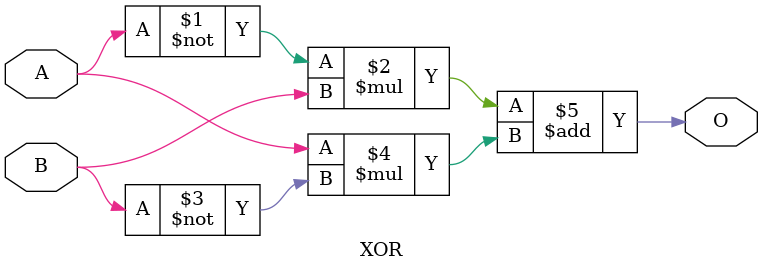
<source format=v>
module XOR(O,A,B);
	input wire A,B;
	output wire O;
	assign O = (~A)*B + A*(~B);
endmodule
</source>
